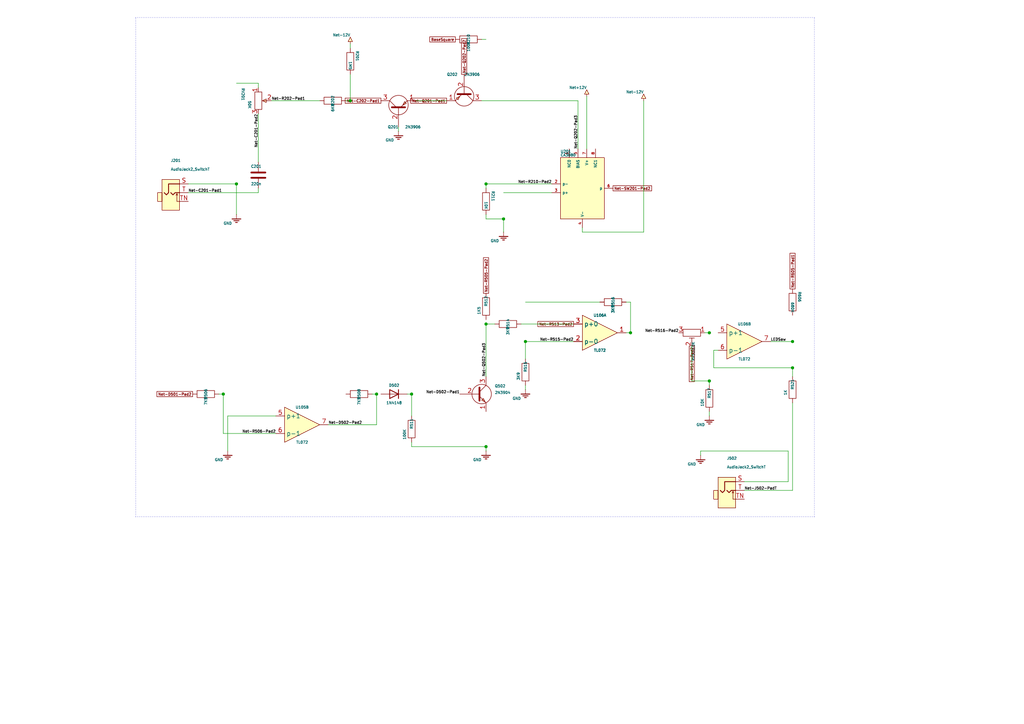
<source format=kicad_sch>
(kicad_sch (version 20230121) (generator jitx)
  (paper "A4")
  (lib_symbols
    (symbol "Net-12V" (power)
      (property "Reference" "#PWR" (at 35.0 60.0 0.0))
      (property "Value" "Net-12V" (at -2.54 2.54 0.0))
      (symbol "Net-12V_1_0"
        (pin power_in line (at 0.0 0.0 90) (length 0.0) (name "Net-12V") (number "~"))
      )
    )
    (symbol "GND" (power)
      (property "Reference" "#PWR" (at 35.0 60.0 0.0))
      (property "Value" "GND" (at -2.54 -2.54 0.0))
      (symbol "GND_1_0"
        (pin power_in line (at 0.0 0.0 270) (length 0.0) (name "GND") (number "~"))
      )
    )
    (symbol "Net+12V" (power)
      (property "Reference" "#PWR" (at 35.0 60.0 0.0))
      (property "Value" "Net+12V" (at -2.54 2.54 0.0))
      (symbol "Net+12V_1_0"
        (pin power_in line (at 0.0 0.0 90) (length 0.0) (name "Net+12V") (number "~"))
      )
    )
    (symbol "Conn_02x05_Odd_Even"
      (property "Reference" "U" (at 1.27 7.62 0.0))
      (property "Value" "Conn_02x05_Odd_Even" (at 1.27 -7.62 0.0))
      (symbol "Conn_02x05_Odd_Even_1_0"
        (pin unspecified line (at -5.08 5.08 0) (length 3.81) (name "Pin_1") (number "~"))
        (pin unspecified line (at 7.62 -5.08 180) (length 3.81) (name "Pin_10") (number "~"))
        (pin unspecified line (at 7.62 5.08 180) (length 3.81) (name "Pin_2") (number "~"))
        (pin unspecified line (at -5.08 2.54 0) (length 3.81) (name "Pin_3") (number "~"))
        (pin unspecified line (at 7.62 2.54 180) (length 3.81) (name "Pin_4") (number "~"))
        (pin unspecified line (at -5.08 0.0 0) (length 3.81) (name "Pin_5") (number "~"))
        (pin unspecified line (at 7.62 0.0 180) (length 3.81) (name "Pin_6") (number "~"))
        (pin unspecified line (at -5.08 -2.54 0) (length 3.81) (name "Pin_7") (number "~"))
        (pin unspecified line (at 7.62 -2.54 180) (length 3.81) (name "Pin_8") (number "~"))
        (pin unspecified line (at -5.08 -5.08 0) (length 3.81) (name "Pin_9") (number "~"))
      )
    )
    (symbol "ALTIUM_POWER_GND_POWER"
      (property "Value" "ALTIUM_POWER_GND_POWER" (at 2.54 -1.016 0.0))
      (symbol "ALTIUM_POWER_GND_POWER_1_0"
        (pin unspecified line (at 0.0 0.0 0) (length 0.0) (name "0") (number "~"))
      )
    )
    (symbol "R_Potentiometer_Trim"
      (property "Reference" "U" (at -4.445 0.0 90.0))
      (property "Value" "R_Potentiometer_Trim" (at -2.54 0.0 90.0))
      (symbol "R_Potentiometer_Trim_1_0"
        (pin unspecified line (at 0.0 3.81 270) (length 1.27) (name "1") (number "~"))
        (pin unspecified line (at 3.81 0.0 180) (length 1.27) (name "2") (number "~"))
        (pin unspecified line (at 0.0 -3.81 90) (length 1.27) (name "3") (number "~"))
      )
    )
    (symbol "box_symbol_2L_1R_4T_1B"
      (property "Reference" "U" (at -6.35 10.252 0.0))
      (property "Value" "box_symbol_2L_1R_4T_1B" (at -6.35 9.19 0.0))
      (symbol "box_symbol_2L_1R_4T_1B_1_0"
        (pin unspecified line (at -8.89 1.27 0) (length 2.54) (name "L0") (number "~"))
        (pin unspecified line (at -8.89 -1.27 0) (length 2.54) (name "L1") (number "~"))
        (pin unspecified line (at 8.89 0.0 180) (length 2.54) (name "R0") (number "~"))
        (pin unspecified line (at -3.81 11.43 270) (length 2.54) (name "T0") (number "~"))
        (pin unspecified line (at -1.27 11.43 270) (length 2.54) (name "T1") (number "~"))
        (pin unspecified line (at 1.27 11.43 270) (length 2.54) (name "T2") (number "~"))
        (pin unspecified line (at 3.81 11.43 270) (length 2.54) (name "T3") (number "~"))
        (pin unspecified line (at 0.0 -11.43 90) (length 2.54) (name "B0") (number "~"))
      )
    )
    (symbol "R_Potentiometer"
      (property "Reference" "U" (at -4.445 0.0 90.0))
      (property "Value" "R_Potentiometer" (at -2.54 0.0 90.0))
      (symbol "R_Potentiometer_1_0"
        (pin unspecified line (at 0.0 3.81 270) (length 1.27) (name "1") (number "~"))
        (pin unspecified line (at 3.81 0.0 180) (length 1.27) (name "2") (number "~"))
        (pin unspecified line (at 0.0 -3.81 90) (length 1.27) (name "3") (number "~"))
      )
    )
    (symbol "R"
      (property "Reference" "U" (at 2.032 0.0 90.0))
      (property "Value" "R" (at 0.0 0.0 90.0))
      (symbol "R_1_0"
        (pin unspecified line (at 0.0 3.81 270) (length 1.27) (name "1") (number "~"))
        (pin unspecified line (at 0.0 -3.81 90) (length 1.27) (name "0") (number "~"))
      )
    )
    (symbol "Sym_2N3904"
      (property "Reference" "U" (at 5.08 1.905 0.0))
      (property "Value" "Sym_2N3904" (at 5.08 0.0 0.0))
      (symbol "Sym_2N3904_1_0"
        (pin unspecified line (at 2.54 -5.08 90) (length 2.54) (name "E") (number "~"))
        (pin unspecified line (at -5.08 0.0 0) (length 5.715) (name "B") (number "~"))
        (pin unspecified line (at 2.54 5.08 270) (length 2.54) (name "C") (number "~"))
      )
    )
    (symbol "supply_sym"
      (property "Value" "supply_sym" (at -2.54 2.54 0.0))
      (symbol "supply_sym_1_0"
        (pin unspecified line (at 0.0 0.0 90) (length 0.0) (name "0") (number "~"))
      )
    )
    (symbol "ground_sym"
      (property "Value" "ground_sym" (at -2.54 -2.54 0.0))
      (symbol "ground_sym_1_0"
        (pin unspecified line (at 0.0 0.0 270) (length 0.0) (name "0") (number "~"))
      )
    )
    (symbol "Sym_1N4148"
      (property "Reference" "U" (at 0.0 2.54 0.0))
      (property "Value" "Sym_1N4148" (at 0.0 -2.54 0.0))
      (symbol "Sym_1N4148_1_0"
        (pin unspecified line (at -3.81 0.0 0) (length 2.54) (name "K") (number "~"))
        (pin unspecified line (at 3.81 0.0 180) (length 2.54) (name "A") (number "~"))
      )
    )
    (symbol "Sym_1N5819"
      (property "Reference" "U" (at 0.0 2.54 0.0))
      (property "Value" "Sym_1N5819" (at 0.0 -2.54 0.0))
      (symbol "Sym_1N5819_1_0"
        (pin unspecified line (at -3.81 0.0 0) (length 2.54) (name "K") (number "~"))
        (pin unspecified line (at 3.81 0.0 180) (length 2.54) (name "A") (number "~"))
      )
    )
    (symbol "AudioJack2_SwitchT"
      (property "Reference" "U" (at 0.0 8.89 0.0))
      (property "Value" "AudioJack2_SwitchT" (at 0.0 6.35 0.0))
      (symbol "AudioJack2_SwitchT_1_0"
        (pin unspecified line (at 5.08 2.54 180) (length 2.54) (name "0") (number "~"))
        (pin unspecified line (at 5.08 0.0 180) (length 2.54) (name "1") (number "~"))
        (pin unspecified line (at 5.08 -2.54 180) (length 2.54) (name "2") (number "~"))
      )
    )
    (symbol "Sym_2N3906"
      (property "Reference" "U" (at 5.08 1.905 0.0))
      (property "Value" "Sym_2N3906" (at 5.08 0.0 0.0))
      (symbol "Sym_2N3906_1_0"
        (pin unspecified line (at 2.54 -5.08 90) (length 2.54) (name "E") (number "~"))
        (pin unspecified line (at -5.08 0.0 0) (length 5.715) (name "B") (number "~"))
        (pin unspecified line (at 2.54 5.08 270) (length 2.54) (name "C") (number "~"))
      )
    )
    (symbol "SW_SPDT"
      (property "Reference" "U" (at 0.0 4.318 0.0))
      (property "Value" "SW_SPDT" (at 0.0 -5.08 0.0))
      (symbol "SW_SPDT_1_0"
        (pin unspecified line (at 5.08 2.54 180) (length 2.54) (name "A") (number "~"))
        (pin unspecified line (at -5.08 0.0 0) (length 2.54) (name "B") (number "~"))
        (pin unspecified line (at 5.08 -2.54 180) (length 2.54) (name "C") (number "~"))
      )
    )
    (symbol "LED"
      (property "Reference" "U" (at 0.0 2.54 0.0))
      (property "Value" "LED" (at 0.0 -2.54 0.0))
      (symbol "LED_1_0"
        (pin unspecified line (at -3.81 0.0 0) (length 2.54) (name "K") (number "~"))
        (pin unspecified line (at 3.81 0.0 180) (length 2.54) (name "A") (number "~"))
      )
    )
    (symbol "TL072A"
      (property "Reference" "U" (at 0.0 5.08 0.0))
      (property "Value" "TL072A" (at 0.0 -5.08 0.0))
      (symbol "TL072A_1_0"
        (pin unspecified line (at 7.62 0.0 180) (length 2.54) (name "0") (number "~"))
        (pin unspecified line (at -7.62 -2.54 0) (length 2.54) (name "p-0") (number "~"))
        (pin unspecified line (at -7.62 2.54 0) (length 2.54) (name "p+0") (number "~"))
      )
    )
    (symbol "TL072B"
      (property "Reference" "U" (at 0.0 5.08 0.0))
      (property "Value" "TL072B" (at 0.0 -5.08 0.0))
      (symbol "TL072B_1_0"
        (pin unspecified line (at -7.62 2.54 0) (length 2.54) (name "p+1") (number "~"))
        (pin unspecified line (at -7.62 -2.54 0) (length 2.54) (name "p-1") (number "~"))
        (pin unspecified line (at 7.62 0.0 180) (length 2.54) (name "1") (number "~"))
      )
    )
    (symbol "jitx_C"
      (property "Reference" "U" (at 0.635 2.54 0.0))
      (property "Value" "jitx_C" (at 0.635 -2.54 0.0))
      (symbol "jitx_C_1_0"
        (pin unspecified line (at 0.0 3.81 270) (length 2.794) (name "1") (number "~"))
        (pin unspecified line (at 0.0 -3.81 90) (length 2.794) (name "0") (number "~"))
      )
    )
    (symbol "TL072C"
      (property "Reference" "U" (at 0.0 5.08 0.0))
      (property "Value" "TL072C" (at 0.0 -5.08 0.0))
      (symbol "TL072C_1_0"
        (pin unspecified line (at -2.54 -7.62 90) (length 3.81) (name "V-") (number "~"))
        (pin unspecified line (at -2.54 7.62 270) (length 3.81) (name "V+") (number "~"))
      )
    )
    (symbol "ALTIUM_POWER_ARROW"
      (property "Value" "ALTIUM_POWER_ARROW" (at 2.54 -0.508 0.0))
      (symbol "ALTIUM_POWER_ARROW_1_0"
        (pin unspecified line (at 0.0 0.0 0) (length 0.0) (name "0") (number "~"))
      )
    )
    (symbol "component"
      (property "Reference" "U" (at 2.032 0.0 90.0))
      (property "Value" "component" (at 0.0 0.0 90.0))
      (symbol "component_1_0"
        (pin unspecified line (at 0.0 3.81 270) (length 1.27) (name "1") (number "1"))
        (pin unspecified line (at 0.0 -3.81 90) (length 1.27) (name "0") (number "2"))
      )
    )
    (symbol "component_1"
      (property "Reference" "U" (at 2.032 0.0 90.0))
      (property "Value" "component_1" (at 0.0 0.0 90.0))
      (symbol "component_1_1_0"
        (pin unspecified line (at 0.0 3.81 270) (length 1.27) (name "1") (number "1"))
        (pin unspecified line (at 0.0 -3.81 90) (length 1.27) (name "0") (number "2"))
      )
    )
    (symbol "component_2"
      (property "Reference" "U" (at 0.635 2.54 0.0))
      (property "Value" "component_2" (at 0.635 -2.54 0.0))
      (symbol "component_2_1_0"
        (pin unspecified line (at 0.0 3.81 270) (length 2.794) (name "1") (number "1"))
        (pin unspecified line (at 0.0 -3.81 90) (length 2.794) (name "0") (number "2"))
      )
    )
    (symbol "component_3"
      (property "Reference" "U" (at 2.032 0.0 90.0))
      (property "Value" "component_3" (at 0.0 0.0 90.0))
      (symbol "component_3_1_0"
        (pin unspecified line (at 0.0 3.81 270) (length 1.27) (name "1") (number "1"))
        (pin unspecified line (at 0.0 -3.81 90) (length 1.27) (name "0") (number "2"))
      )
    )
    (symbol "component_4"
      (property "Reference" "U" (at 2.032 0.0 90.0))
      (property "Value" "component_4" (at 0.0 0.0 90.0))
      (symbol "component_4_1_0"
        (pin unspecified line (at 0.0 3.81 270) (length 1.27) (name "1") (number "1"))
        (pin unspecified line (at 0.0 -3.81 90) (length 1.27) (name "0") (number "2"))
      )
    )
    (symbol "component_5"
      (property "Reference" "U" (at 2.032 0.0 90.0))
      (property "Value" "component_5" (at 0.0 0.0 90.0))
      (symbol "component_5_1_0"
        (pin unspecified line (at 0.0 3.81 270) (length 1.27) (name "1") (number "1"))
        (pin unspecified line (at 0.0 -3.81 90) (length 1.27) (name "0") (number "2"))
      )
    )
    (symbol "component_6"
      (property "Reference" "U" (at 2.032 0.0 90.0))
      (property "Value" "component_6" (at 0.0 0.0 90.0))
      (symbol "component_6_1_0"
        (pin unspecified line (at 0.0 3.81 270) (length 1.27) (name "1") (number "1"))
        (pin unspecified line (at 0.0 -3.81 90) (length 1.27) (name "0") (number "2"))
      )
    )
    (symbol "component_7"
      (property "Reference" "U" (at -4.445 0.0 90.0))
      (property "Value" "component_7" (at -2.54 0.0 90.0))
      (symbol "component_7_1_0"
        (pin unspecified line (at 0.0 3.81 270) (length 1.27) (name "1") (number "1"))
        (pin unspecified line (at 3.81 0.0 180) (length 1.27) (name "2") (number "2"))
        (pin unspecified line (at 0.0 -3.81 90) (length 1.27) (name "3") (number "3"))
      )
    )
    (symbol "component_8"
      (property "Reference" "U" (at -4.445 0.0 90.0))
      (property "Value" "component_8" (at -2.54 0.0 90.0))
      (symbol "component_8_1_0"
        (pin unspecified line (at 0.0 3.81 270) (length 1.27) (name "1") (number "1"))
        (pin unspecified line (at 3.81 0.0 180) (length 1.27) (name "2") (number "2"))
        (pin unspecified line (at 0.0 -3.81 90) (length 1.27) (name "3") (number "3"))
      )
    )
    (symbol "component_9"
      (property "Reference" "U" (at -4.445 0.0 90.0))
      (property "Value" "component_9" (at -2.54 0.0 90.0))
      (symbol "component_9_1_0"
        (pin unspecified line (at 0.0 3.81 270) (length 1.27) (name "1") (number "1"))
        (pin unspecified line (at 3.81 0.0 180) (length 1.27) (name "2") (number "2"))
        (pin unspecified line (at 0.0 -3.81 90) (length 1.27) (name "3") (number "3"))
      )
    )
    (symbol "component_10"
      (property "Reference" "U" (at 2.032 0.0 90.0))
      (property "Value" "component_10" (at 0.0 0.0 90.0))
      (symbol "component_10_1_0"
        (pin unspecified line (at 0.0 3.81 270) (length 1.27) (name "1") (number "1"))
        (pin unspecified line (at 0.0 -3.81 90) (length 1.27) (name "0") (number "2"))
      )
    )
    (symbol "component_11"
      (property "Reference" "U" (at 0.0 2.54 0.0))
      (property "Value" "component_11" (at 0.0 -2.54 0.0))
      (symbol "component_11_1_0"
        (pin unspecified line (at -3.81 0.0 0) (length 2.54) (name "K") (number "1"))
        (pin unspecified line (at 3.81 0.0 180) (length 2.54) (name "A") (number "2"))
      )
    )
    (symbol "component_12"
      (property "Reference" "U" (at 0.635 2.54 0.0))
      (property "Value" "component_12" (at 0.635 -2.54 0.0))
      (symbol "component_12_1_0"
        (pin unspecified line (at 0.0 3.81 270) (length 2.794) (name "1") (number "1"))
        (pin unspecified line (at 0.0 -3.81 90) (length 2.794) (name "0") (number "2"))
      )
    )
    (symbol "component_13"
      (property "Reference" "U" (at 0.635 2.54 0.0))
      (property "Value" "component_13" (at 0.635 -2.54 0.0))
      (symbol "component_13_1_0"
        (pin unspecified line (at 0.0 3.81 270) (length 2.794) (name "1") (number "1"))
        (pin unspecified line (at 0.0 -3.81 90) (length 2.794) (name "0") (number "2"))
      )
    )
    (symbol "component_14"
      (property "Reference" "U" (at -4.445 0.0 90.0))
      (property "Value" "component_14" (at -2.54 0.0 90.0))
      (symbol "component_14_1_0"
        (pin unspecified line (at 0.0 3.81 270) (length 1.27) (name "1") (number "1"))
        (pin unspecified line (at 3.81 0.0 180) (length 1.27) (name "2") (number "2"))
        (pin unspecified line (at 0.0 -3.81 90) (length 1.27) (name "3") (number "3"))
      )
    )
    (symbol "component_15"
      (property "Reference" "U" (at 0.635 2.54 0.0))
      (property "Value" "component_15" (at 0.635 -2.54 0.0))
      (symbol "component_15_1_0"
        (pin unspecified line (at 0.0 3.81 270) (length 2.794) (name "1") (number "1"))
        (pin unspecified line (at 0.0 -3.81 90) (length 2.794) (name "0") (number "2"))
      )
    )
    (symbol "component_16"
      (property "Reference" "U" (at 0.635 2.54 0.0))
      (property "Value" "component_16" (at 0.635 -2.54 0.0))
      (symbol "component_16_1_0"
        (pin unspecified line (at 0.0 3.81 270) (length 2.794) (name "1") (number "1"))
        (pin unspecified line (at 0.0 -3.81 90) (length 2.794) (name "0") (number "2"))
      )
    )
    (symbol "component_17"
      (property "Reference" "U" (at 0.0 4.318 0.0))
      (property "Value" "component_17" (at 0.0 -5.08 0.0))
      (symbol "component_17_1_0"
        (pin unspecified line (at 5.08 2.54 180) (length 2.54) (name "A") (number "1"))
        (pin unspecified line (at -5.08 0.0 0) (length 2.54) (name "B") (number "2"))
        (pin unspecified line (at 5.08 -2.54 180) (length 2.54) (name "C") (number "3"))
      )
    )
    (symbol "component_18"
      (property "Reference" "U" (at 2.032 0.0 90.0))
      (property "Value" "component_18" (at 0.0 0.0 90.0))
      (symbol "component_18_1_0"
        (pin unspecified line (at 0.0 3.81 270) (length 1.27) (name "1") (number "1"))
        (pin unspecified line (at 0.0 -3.81 90) (length 1.27) (name "0") (number "2"))
      )
    )
    (symbol "component_19"
      (property "Reference" "U" (at 2.032 0.0 90.0))
      (property "Value" "component_19" (at 0.0 0.0 90.0))
      (symbol "component_19_1_0"
        (pin unspecified line (at 0.0 3.81 270) (length 1.27) (name "1") (number "1"))
        (pin unspecified line (at 0.0 -3.81 90) (length 1.27) (name "0") (number "2"))
      )
    )
    (symbol "component_20"
      (property "Reference" "U" (at 2.032 0.0 90.0))
      (property "Value" "component_20" (at 0.0 0.0 90.0))
      (symbol "component_20_1_0"
        (pin unspecified line (at 0.0 3.81 270) (length 1.27) (name "1") (number "1"))
        (pin unspecified line (at 0.0 -3.81 90) (length 1.27) (name "0") (number "2"))
      )
    )
    (symbol "component_21"
      (property "Reference" "U" (at 2.032 0.0 90.0))
      (property "Value" "component_21" (at 0.0 0.0 90.0))
      (symbol "component_21_1_0"
        (pin unspecified line (at 0.0 3.81 270) (length 1.27) (name "1") (number "1"))
        (pin unspecified line (at 0.0 -3.81 90) (length 1.27) (name "0") (number "2"))
      )
    )
    (symbol "component_22"
      (property "Reference" "U" (at 2.032 0.0 90.0))
      (property "Value" "component_22" (at 0.0 0.0 90.0))
      (symbol "component_22_1_0"
        (pin unspecified line (at 0.0 3.81 270) (length 1.27) (name "1") (number "1"))
        (pin unspecified line (at 0.0 -3.81 90) (length 1.27) (name "0") (number "2"))
      )
    )
    (symbol "component_23"
      (property "Reference" "U" (at 1.27 7.62 0.0))
      (property "Value" "component_23" (at 1.27 -7.62 0.0))
      (symbol "component_23_1_0"
        (pin unspecified line (at -5.08 5.08 0) (length 3.81) (name "Pin_1") (number "1"))
        (pin unspecified line (at 7.62 -5.08 180) (length 3.81) (name "Pin_10") (number "10"))
        (pin unspecified line (at 7.62 5.08 180) (length 3.81) (name "Pin_2") (number "2"))
        (pin unspecified line (at -5.08 2.54 0) (length 3.81) (name "Pin_3") (number "3"))
        (pin unspecified line (at 7.62 2.54 180) (length 3.81) (name "Pin_4") (number "4"))
        (pin unspecified line (at -5.08 0.0 0) (length 3.81) (name "Pin_5") (number "5"))
        (pin unspecified line (at 7.62 0.0 180) (length 3.81) (name "Pin_6") (number "6"))
        (pin unspecified line (at -5.08 -2.54 0) (length 3.81) (name "Pin_7") (number "7"))
        (pin unspecified line (at 7.62 -2.54 180) (length 3.81) (name "Pin_8") (number "8"))
        (pin unspecified line (at -5.08 -5.08 0) (length 3.81) (name "Pin_9") (number "9"))
      )
    )
    (symbol "component_24"
      (property "Reference" "U" (at 2.032 0.0 90.0))
      (property "Value" "component_24" (at 0.0 0.0 90.0))
      (symbol "component_24_1_0"
        (pin unspecified line (at 0.0 3.81 270) (length 1.27) (name "1") (number "1"))
        (pin unspecified line (at 0.0 -3.81 90) (length 1.27) (name "0") (number "2"))
      )
    )
    (symbol "component_25"
      (property "Reference" "U" (at 2.032 0.0 90.0))
      (property "Value" "component_25" (at 0.0 0.0 90.0))
      (symbol "component_25_1_0"
        (pin unspecified line (at 0.0 3.81 270) (length 1.27) (name "1") (number "1"))
        (pin unspecified line (at 0.0 -3.81 90) (length 1.27) (name "0") (number "2"))
      )
    )
    (symbol "component_26"
      (property "Reference" "U" (at -4.445 0.0 90.0))
      (property "Value" "component_26" (at -2.54 0.0 90.0))
      (symbol "component_26_1_0"
        (pin unspecified line (at 0.0 3.81 270) (length 1.27) (name "1") (number "1"))
        (pin unspecified line (at 3.81 0.0 180) (length 1.27) (name "2") (number "2"))
        (pin unspecified line (at 0.0 -3.81 90) (length 1.27) (name "3") (number "3"))
      )
    )
    (symbol "component_27"
      (property "Reference" "U" (at 2.032 0.0 90.0))
      (property "Value" "component_27" (at 0.0 0.0 90.0))
      (symbol "component_27_1_0"
        (pin unspecified line (at 0.0 3.81 270) (length 1.27) (name "1") (number "1"))
        (pin unspecified line (at 0.0 -3.81 90) (length 1.27) (name "0") (number "2"))
      )
    )
    (symbol "component_28"
      (property "Reference" "U" (at 2.032 0.0 90.0))
      (property "Value" "component_28" (at 0.0 0.0 90.0))
      (symbol "component_28_1_0"
        (pin unspecified line (at 0.0 3.81 270) (length 1.27) (name "1") (number "1"))
        (pin unspecified line (at 0.0 -3.81 90) (length 1.27) (name "0") (number "2"))
      )
    )
    (symbol "component_29"
      (property "Reference" "U" (at 0.0 8.89 0.0))
      (property "Value" "component_29" (at 0.0 6.35 0.0))
      (symbol "component_29_1_0"
        (pin unspecified line (at 5.08 2.54 180) (length 2.54) (name "0") (number "S"))
        (pin unspecified line (at 5.08 0.0 180) (length 2.54) (name "1") (number "T"))
        (pin unspecified line (at 5.08 -2.54 180) (length 2.54) (name "2") (number "TN"))
      )
    )
    (symbol "component_30"
      (property "Reference" "U" (at 2.032 0.0 90.0))
      (property "Value" "component_30" (at 0.0 0.0 90.0))
      (symbol "component_30_1_0"
        (pin unspecified line (at 0.0 3.81 270) (length 1.27) (name "1") (number "1"))
        (pin unspecified line (at 0.0 -3.81 90) (length 1.27) (name "0") (number "2"))
      )
    )
    (symbol "component_31"
      (property "Reference" "U" (at 0.0 8.89 0.0))
      (property "Value" "component_31" (at 0.0 6.35 0.0))
      (symbol "component_31_1_0"
        (pin unspecified line (at 5.08 2.54 180) (length 2.54) (name "0") (number "S"))
        (pin unspecified line (at 5.08 0.0 180) (length 2.54) (name "1") (number "T"))
        (pin unspecified line (at 5.08 -2.54 180) (length 2.54) (name "2") (number "TN"))
      )
    )
    (symbol "component_32"
      (property "Reference" "U" (at 0.0 8.89 0.0))
      (property "Value" "component_32" (at 0.0 6.35 0.0))
      (symbol "component_32_1_0"
        (pin unspecified line (at 5.08 2.54 180) (length 2.54) (name "0") (number "S"))
        (pin unspecified line (at 5.08 0.0 180) (length 2.54) (name "1") (number "T"))
        (pin unspecified line (at 5.08 -2.54 180) (length 2.54) (name "2") (number "TN"))
      )
    )
    (symbol "component_33"
      (property "Reference" "U" (at 0.0 8.89 0.0))
      (property "Value" "component_33" (at 0.0 6.35 0.0))
      (symbol "component_33_1_0"
        (pin unspecified line (at 5.08 2.54 180) (length 2.54) (name "0") (number "S"))
        (pin unspecified line (at 5.08 0.0 180) (length 2.54) (name "1") (number "T"))
        (pin unspecified line (at 5.08 -2.54 180) (length 2.54) (name "2") (number "TN"))
      )
    )
    (symbol "component_34"
      (property "Reference" "U" (at 0.0 8.89 0.0))
      (property "Value" "component_34" (at 0.0 6.35 0.0))
      (symbol "component_34_1_0"
        (pin unspecified line (at 5.08 2.54 180) (length 2.54) (name "0") (number "S"))
        (pin unspecified line (at 5.08 0.0 180) (length 2.54) (name "1") (number "T"))
        (pin unspecified line (at 5.08 -2.54 180) (length 2.54) (name "2") (number "TN"))
      )
    )
    (symbol "component_35"
      (property "Reference" "U" (at 0.0 8.89 0.0))
      (property "Value" "component_35" (at 0.0 6.35 0.0))
      (symbol "component_35_1_0"
        (pin unspecified line (at 5.08 2.54 180) (length 2.54) (name "0") (number "S"))
        (pin unspecified line (at 5.08 0.0 180) (length 2.54) (name "1") (number "T"))
        (pin unspecified line (at 5.08 -2.54 180) (length 2.54) (name "2") (number "TN"))
      )
    )
    (symbol "component_36"
      (property "Reference" "U" (at 0.0 8.89 0.0))
      (property "Value" "component_36" (at 0.0 6.35 0.0))
      (symbol "component_36_1_0"
        (pin unspecified line (at 5.08 2.54 180) (length 2.54) (name "0") (number "S"))
        (pin unspecified line (at 5.08 0.0 180) (length 2.54) (name "1") (number "T"))
        (pin unspecified line (at 5.08 -2.54 180) (length 2.54) (name "2") (number "TN"))
      )
    )
    (symbol "component_37"
      (property "Reference" "U" (at 0.0 8.89 0.0))
      (property "Value" "component_37" (at 0.0 6.35 0.0))
      (symbol "component_37_1_0"
        (pin unspecified line (at 5.08 2.54 180) (length 2.54) (name "0") (number "S"))
        (pin unspecified line (at 5.08 0.0 180) (length 2.54) (name "1") (number "T"))
        (pin unspecified line (at 5.08 -2.54 180) (length 2.54) (name "2") (number "TN"))
      )
    )
    (symbol "component_38"
      (property "Reference" "U" (at 0.0 5.08 0.0))
      (property "Value" "component_38" (at 0.0 -5.08 0.0))
      (symbol "component_38_1_0"
        (pin unspecified line (at 7.62 0.0 180) (length 2.54) (name "0") (number "1"))
        (pin unspecified line (at -7.62 -2.54 0) (length 2.54) (name "p-0") (number "2"))
        (pin unspecified line (at -7.62 2.54 0) (length 2.54) (name "p+0") (number "3"))
      )
      (symbol "component_38_2_0"
        (pin unspecified line (at -7.62 2.54 0) (length 2.54) (name "p+1") (number "5"))
        (pin unspecified line (at -7.62 -2.54 0) (length 2.54) (name "p-1") (number "6"))
        (pin unspecified line (at 7.62 0.0 180) (length 2.54) (name "1") (number "7"))
      )
      (symbol "component_38_3_0"
        (pin unspecified line (at -2.54 -7.62 90) (length 3.81) (name "V-") (number "4"))
        (pin unspecified line (at -2.54 7.62 270) (length 3.81) (name "V+") (number "8"))
      )
    )
    (symbol "component_39"
      (property "Reference" "U" (at 2.032 0.0 90.0))
      (property "Value" "component_39" (at 0.0 0.0 90.0))
      (symbol "component_39_1_0"
        (pin unspecified line (at 0.0 3.81 270) (length 1.27) (name "1") (number "1"))
        (pin unspecified line (at 0.0 -3.81 90) (length 1.27) (name "0") (number "2"))
      )
    )
    (symbol "component_40"
      (property "Reference" "U" (at 2.032 0.0 90.0))
      (property "Value" "component_40" (at 0.0 0.0 90.0))
      (symbol "component_40_1_0"
        (pin unspecified line (at 0.0 3.81 270) (length 1.27) (name "1") (number "1"))
        (pin unspecified line (at 0.0 -3.81 90) (length 1.27) (name "0") (number "2"))
      )
    )
    (symbol "component_41"
      (property "Reference" "U" (at 2.032 0.0 90.0))
      (property "Value" "component_41" (at 0.0 0.0 90.0))
      (symbol "component_41_1_0"
        (pin unspecified line (at 0.0 3.81 270) (length 1.27) (name "1") (number "1"))
        (pin unspecified line (at 0.0 -3.81 90) (length 1.27) (name "0") (number "2"))
      )
    )
    (symbol "component_42"
      (property "Reference" "U" (at 2.032 0.0 90.0))
      (property "Value" "component_42" (at 0.0 0.0 90.0))
      (symbol "component_42_1_0"
        (pin unspecified line (at 0.0 3.81 270) (length 1.27) (name "1") (number "1"))
        (pin unspecified line (at 0.0 -3.81 90) (length 1.27) (name "0") (number "2"))
      )
    )
    (symbol "component_43"
      (property "Reference" "U" (at 2.032 0.0 90.0))
      (property "Value" "component_43" (at 0.0 0.0 90.0))
      (symbol "component_43_1_0"
        (pin unspecified line (at 0.0 3.81 270) (length 1.27) (name "1") (number "1"))
        (pin unspecified line (at 0.0 -3.81 90) (length 1.27) (name "0") (number "2"))
      )
    )
    (symbol "component_44"
      (property "Reference" "U" (at 0.0 8.89 0.0))
      (property "Value" "component_44" (at 0.0 6.35 0.0))
      (symbol "component_44_1_0"
        (pin unspecified line (at 5.08 2.54 180) (length 2.54) (name "0") (number "S"))
        (pin unspecified line (at 5.08 0.0 180) (length 2.54) (name "1") (number "T"))
        (pin unspecified line (at 5.08 -2.54 180) (length 2.54) (name "2") (number "TN"))
      )
    )
    (symbol "component_45"
      (property "Reference" "U" (at 2.032 0.0 90.0))
      (property "Value" "component_45" (at 0.0 0.0 90.0))
      (symbol "component_45_1_0"
        (pin unspecified line (at 0.0 3.81 270) (length 1.27) (name "1") (number "1"))
        (pin unspecified line (at 0.0 -3.81 90) (length 1.27) (name "0") (number "2"))
      )
    )
    (symbol "component_46"
      (property "Reference" "U" (at 2.032 0.0 90.0))
      (property "Value" "component_46" (at 0.0 0.0 90.0))
      (symbol "component_46_1_0"
        (pin unspecified line (at 0.0 3.81 270) (length 1.27) (name "1") (number "1"))
        (pin unspecified line (at 0.0 -3.81 90) (length 1.27) (name "0") (number "2"))
      )
    )
    (symbol "component_47"
      (property "Reference" "U" (at -6.35 10.252 0.0))
      (property "Value" "component_47" (at -6.35 9.19 0.0))
      (symbol "component_47_1_0"
        (pin unspecified line (at -8.89 1.27 0) (length 2.54) (name "p-") (number "2"))
        (pin unspecified line (at -8.89 -1.27 0) (length 2.54) (name "p+") (number "3"))
        (pin unspecified line (at 8.89 0.0 180) (length 2.54) (name "p") (number "6"))
        (pin unspecified line (at -3.81 11.43 270) (length 2.54) (name "NC0") (number "1"))
        (pin unspecified line (at -1.27 11.43 270) (length 2.54) (name "BIAS") (number "5"))
        (pin unspecified line (at 1.27 11.43 270) (length 2.54) (name "V+") (number "7"))
        (pin unspecified line (at 3.81 11.43 270) (length 2.54) (name "NC1") (number "8"))
        (pin unspecified line (at 0.0 -11.43 90) (length 2.54) (name "V-") (number "4"))
      )
    )
    (symbol "component_48"
      (property "Reference" "U" (at 5.08 1.905 0.0))
      (property "Value" "component_48" (at 5.08 0.0 0.0))
      (symbol "component_48_1_0"
        (pin unspecified line (at 2.54 -5.08 90) (length 2.54) (name "E") (number "1"))
        (pin unspecified line (at -5.08 0.0 0) (length 5.715) (name "B") (number "2"))
        (pin unspecified line (at 2.54 5.08 270) (length 2.54) (name "C") (number "3"))
      )
    )
    (symbol "component_49"
      (property "Reference" "U" (at 2.032 0.0 90.0))
      (property "Value" "component_49" (at 0.0 0.0 90.0))
      (symbol "component_49_1_0"
        (pin unspecified line (at 0.0 3.81 270) (length 1.27) (name "1") (number "1"))
        (pin unspecified line (at 0.0 -3.81 90) (length 1.27) (name "0") (number "2"))
      )
    )
    (symbol "component_50"
      (property "Reference" "U" (at 2.032 0.0 90.0))
      (property "Value" "component_50" (at 0.0 0.0 90.0))
      (symbol "component_50_1_0"
        (pin unspecified line (at 0.0 3.81 270) (length 1.27) (name "1") (number "1"))
        (pin unspecified line (at 0.0 -3.81 90) (length 1.27) (name "0") (number "2"))
      )
    )
    (symbol "component_51"
      (property "Reference" "U" (at 2.032 0.0 90.0))
      (property "Value" "component_51" (at 0.0 0.0 90.0))
      (symbol "component_51_1_0"
        (pin unspecified line (at 0.0 3.81 270) (length 1.27) (name "1") (number "1"))
        (pin unspecified line (at 0.0 -3.81 90) (length 1.27) (name "0") (number "2"))
      )
    )
    (symbol "component_52"
      (property "Reference" "U" (at 0.0 2.54 0.0))
      (property "Value" "component_52" (at 0.0 -2.54 0.0))
      (symbol "component_52_1_0"
        (pin unspecified line (at -3.81 0.0 0) (length 2.54) (name "K") (number "1"))
        (pin unspecified line (at 3.81 0.0 180) (length 2.54) (name "A") (number "2"))
      )
    )
    (symbol "component_53"
      (property "Reference" "U" (at 5.08 1.905 0.0))
      (property "Value" "component_53" (at 5.08 0.0 0.0))
      (symbol "component_53_1_0"
        (pin unspecified line (at 2.54 -5.08 90) (length 2.54) (name "E") (number "1"))
        (pin unspecified line (at -5.08 0.0 0) (length 5.715) (name "B") (number "2"))
        (pin unspecified line (at 2.54 5.08 270) (length 2.54) (name "C") (number "3"))
      )
    )
    (symbol "component_54"
      (property "Reference" "U" (at -4.445 0.0 90.0))
      (property "Value" "component_54" (at -2.54 0.0 90.0))
      (symbol "component_54_1_0"
        (pin unspecified line (at 0.0 3.81 270) (length 1.27) (name "1") (number "1"))
        (pin unspecified line (at 3.81 0.0 180) (length 1.27) (name "2") (number "2"))
        (pin unspecified line (at 0.0 -3.81 90) (length 1.27) (name "3") (number "3"))
      )
    )
    (symbol "component_55"
      (property "Reference" "U" (at -4.445 0.0 90.0))
      (property "Value" "component_55" (at -2.54 0.0 90.0))
      (symbol "component_55_1_0"
        (pin unspecified line (at 0.0 3.81 270) (length 1.27) (name "1") (number "1"))
        (pin unspecified line (at 3.81 0.0 180) (length 1.27) (name "2") (number "2"))
        (pin unspecified line (at 0.0 -3.81 90) (length 1.27) (name "3") (number "3"))
      )
    )
    (symbol "component_56"
      (property "Reference" "U" (at 0.0 2.54 0.0))
      (property "Value" "component_56" (at 0.0 -2.54 0.0))
      (symbol "component_56_1_0"
        (pin unspecified line (at -3.81 0.0 0) (length 2.54) (name "K") (number "1"))
        (pin unspecified line (at 3.81 0.0 180) (length 2.54) (name "A") (number "2"))
      )
    )
  )
  (wire (pts (xy 181.61 96.52) (xy 196.85 96.52)) (stroke (width 0.127)))
  (wire (pts (xy 181.61 87.63) (xy 182.88 87.63)) (stroke (width 0.127)))
  (wire (pts (xy 182.88 96.52) (xy 182.88 87.63)) (stroke (width 0.127)))
  (wire (pts (xy 152.4 99.06) (xy 166.37 99.06)) (stroke (width 0.127)))
  (wire (pts (xy 152.4 87.63) (xy 173.99 87.63)) (stroke (width 0.127)))
  (wire (pts (xy 152.4 104.14) (xy 152.4 87.63)) (stroke (width 0.127)))
  (wire (pts (xy 151.13 93.98) (xy 166.37 93.98)) (stroke (width 0.127)))
  (wire (pts (xy 63.5 114.3) (xy 100.33 114.3)) (stroke (width 0.127)))
  (wire (pts (xy 64.77 125.73) (xy 80.01 125.73)) (stroke (width 0.127)))
  (wire (pts (xy 64.77 125.73) (xy 64.77 114.3)) (stroke (width 0.127)))
  (wire (pts (xy 203.2 130.81) (xy 228.6 130.81)) (stroke (width 0.127)))
  (wire (pts (xy 215.9 139.7) (xy 228.6 139.7)) (stroke (width 0.127)))
  (wire (pts (xy 228.6 139.7) (xy 228.6 130.81)) (stroke (width 0.127)))
  (wire (pts (xy 203.2 132.08) (xy 203.2 130.81)) (stroke (width 0.127)))
  (wire (pts (xy 205.74 120.65) (xy 205.74 119.38)) (stroke (width 0.127)))
  (wire (pts (xy 152.4 113.03) (xy 152.4 111.76)) (stroke (width 0.127)))
  (wire (pts (xy 119.38 129.54) (xy 140.97 129.54)) (stroke (width 0.127)))
  (wire (pts (xy 119.38 129.54) (xy 119.38 128.27)) (stroke (width 0.127)))
  (wire (pts (xy 140.97 130.81) (xy 140.97 119.38)) (stroke (width 0.127)))
  (wire (pts (xy 66.04 120.65) (xy 80.01 120.65)) (stroke (width 0.127)))
  (wire (pts (xy 66.04 130.81) (xy 66.04 120.65)) (stroke (width 0.127)))
  (wire (pts (xy 215.9 142.24) (xy 229.87 142.24)) (stroke (width 0.127)))
  (wire (pts (xy 229.87 142.24) (xy 229.87 116.84)) (stroke (width 0.127)))
  (wire (pts (xy 223.52 99.06) (xy 229.87 99.06)) (stroke (width 0.127)))
  (wire (pts (xy 207.01 101.6) (xy 208.28 101.6)) (stroke (width 0.127)))
  (wire (pts (xy 207.01 106.68) (xy 229.87 106.68)) (stroke (width 0.127)))
  (wire (pts (xy 229.87 109.22) (xy 229.87 91.44)) (stroke (width 0.127)))
  (wire (pts (xy 207.01 106.68) (xy 207.01 101.6)) (stroke (width 0.127)))
  (wire (pts (xy 107.95 114.3) (xy 110.49 114.3)) (stroke (width 0.127)))
  (wire (pts (xy 95.25 123.19) (xy 109.22 123.19)) (stroke (width 0.127)))
  (wire (pts (xy 109.22 123.19) (xy 109.22 114.3)) (stroke (width 0.127)))
  (wire (pts (xy 118.11 114.3) (xy 133.35 114.3)) (stroke (width 0.127)))
  (wire (pts (xy 119.38 120.65) (xy 119.38 114.3)) (stroke (width 0.127)))
  (wire (pts (xy 140.97 93.98) (xy 143.51 93.98)) (stroke (width 0.127)))
  (wire (pts (xy 140.97 109.22) (xy 140.97 92.71)) (stroke (width 0.127)))
  (wire (pts (xy 204.47 96.52) (xy 208.28 96.52)) (stroke (width 0.127)))
  (wire (pts (xy 200.66 110.49) (xy 205.74 110.49)) (stroke (width 0.127)))
  (wire (pts (xy 205.74 111.76) (xy 205.74 96.52)) (stroke (width 0.127)))
  (wire (pts (xy 200.66 110.49) (xy 200.66 100.33)) (stroke (width 0.127)))
  (wire (pts (xy 54.61 53.34) (xy 68.58 53.34)) (stroke (width 0.127)))
  (wire (pts (xy 68.58 24.13) (xy 74.93 24.13)) (stroke (width 0.127)))
  (wire (pts (xy 74.93 25.4) (xy 74.93 24.13)) (stroke (width 0.127)))
  (wire (pts (xy 68.58 62.23) (xy 68.58 24.13)) (stroke (width 0.127)))
  (wire (pts (xy 115.57 38.1) (xy 115.57 36.83)) (stroke (width 0.127)))
  (wire (pts (xy 146.05 55.88) (xy 160.02 55.88)) (stroke (width 0.127)))
  (wire (pts (xy 140.97 63.5) (xy 146.05 63.5)) (stroke (width 0.127)))
  (wire (pts (xy 140.97 63.5) (xy 140.97 62.23)) (stroke (width 0.127)))
  (wire (pts (xy 146.05 67.31) (xy 146.05 55.88)) (stroke (width 0.127)))
  (wire (pts (xy 120.65 29.21) (xy 129.54 29.21)) (stroke (width 0.127)))
  (wire (pts (xy 170.18 43.18) (xy 170.18 27.94)) (stroke (width 0.127)))
  (wire (pts (xy 139.7 11.43) (xy 140.97 11.43)) (stroke (width 0.127)))
  (wire (pts (xy 140.97 53.34) (xy 160.02 53.34)) (stroke (width 0.127)))
  (wire (pts (xy 140.97 54.61) (xy 140.97 11.43)) (stroke (width 0.127)))
  (wire (pts (xy 78.74 29.21) (xy 92.71 29.21)) (stroke (width 0.127)))
  (wire (pts (xy 100.33 29.21) (xy 110.49 29.21)) (stroke (width 0.127)))
  (wire (pts (xy 101.6 29.21) (xy 101.6 21.59)) (stroke (width 0.127)))
  (wire (pts (xy 74.93 46.99) (xy 74.93 33.02)) (stroke (width 0.127)))
  (wire (pts (xy 54.61 55.88) (xy 74.93 55.88)) (stroke (width 0.127)))
  (wire (pts (xy 74.93 55.88) (xy 74.93 54.61)) (stroke (width 0.127)))
  (wire (pts (xy 139.7 29.21) (xy 167.64 29.21)) (stroke (width 0.127)))
  (wire (pts (xy 167.64 43.18) (xy 167.64 29.21)) (stroke (width 0.127)))
  (wire (pts (xy 101.6 13.97) (xy 101.6 12.7)) (stroke (width 0.127)))
  (wire (pts (xy 168.91 67.31) (xy 186.69 67.31)) (stroke (width 0.127)))
  (wire (pts (xy 168.91 67.31) (xy 168.91 66.04)) (stroke (width 0.127)))
  (wire (pts (xy 186.69 67.31) (xy 186.69 29.21)) (stroke (width 0.127)))
  (polyline (pts (xy 39.37 5.08) (xy 236.22 5.08)) (stroke (width 0.127) (type dot)))
  (polyline (pts (xy 39.37 149.86) (xy 236.22 149.86)) (stroke (width 0.127) (type dot)))
  (polyline (pts (xy 39.37 149.86) (xy 39.37 5.08)) (stroke (width 0.127) (type dot)))
  (polyline (pts (xy 236.22 149.86) (xy 236.22 5.08)) (stroke (width 0.127) (type dot)))
  (junction (at 182.88 96.52) (diameter 0.762))
  (junction (at 152.4 99.06) (diameter 0.762))
  (junction (at 64.77 114.3) (diameter 0.762))
  (junction (at 140.97 129.54) (diameter 0.762))
  (junction (at 229.87 99.06) (diameter 0.762))
  (junction (at 229.87 106.68) (diameter 0.762))
  (junction (at 109.22 114.3) (diameter 0.762))
  (junction (at 119.38 114.3) (diameter 0.762))
  (junction (at 140.97 93.98) (diameter 0.762))
  (junction (at 205.74 96.52) (diameter 0.762))
  (junction (at 205.74 110.49) (diameter 0.762))
  (junction (at 68.58 53.34) (diameter 0.762))
  (junction (at 146.05 63.5) (diameter 0.762))
  (junction (at 140.97 53.34) (diameter 0.762))
  (junction (at 101.6 29.21) (diameter 0.762))
  (label "Net-D502-Pad1" (at 133.35 114.3 180) (effects (font (size 0.762 0.762))))
  (label "Net-D502-Pad2" (at 95.25 123.19 0) (effects (font (size 0.762 0.762))))
  (global_label "Net-R605-Pad1" (shape passive) (at 229.87 83.82 90) (effects (font (size 0.762 0.762))))
  (global_label "Net-R505-Pad2" (shape passive) (at 140.97 85.09 90) (effects (font (size 0.762 0.762))))
  (label "Net-J502-PadT" (at 215.9 142.24 0) (effects (font (size 0.762 0.762))))
  (label "Net-R506-Pad2" (at 80.01 125.73 180) (effects (font (size 0.762 0.762))))
  (label "Net-R516-Pad2" (at 196.85 96.52 180) (effects (font (size 0.762 0.762))))
  (label "Net-R515-Pad2" (at 166.37 99.06 180) (effects (font (size 0.762 0.762))))
  (label "Net-Q502-Pad3" (at 140.97 109.22 90) (effects (font (size 0.762 0.762))))
  (global_label "Net-R517-Pad2" (shape passive) (at 200.66 100.33 270) (effects (font (size 0.762 0.762))))
  (global_label "Net-D501-Pad2" (shape passive) (at 55.88 114.3 180) (effects (font (size 0.762 0.762))))
  (label "LEDSaw" (at 223.52 99.06 0) (effects (font (size 0.762 0.762))))
  (global_label "Net-R513-Pad2" (shape passive) (at 166.37 93.98 180) (effects (font (size 0.762 0.762))))
  (global_label "Net-SW201-Pad2" (shape passive) (at 177.8 54.61 0) (effects (font (size 0.762 0.762))))
  (global_label "BaseSquare" (shape passive) (at 132.08 11.43 180) (effects (font (size 0.762 0.762))))
  (global_label "Net-C202-Pad1" (shape passive) (at 110.49 29.21 180) (effects (font (size 0.762 0.762))))
  (label "Net-R202-Pad1" (at 78.74 29.21 0) (effects (font (size 0.762 0.762))))
  (label "Net-Q202-Pad3" (at 167.64 43.18 90) (effects (font (size 0.762 0.762))))
  (global_label "Net-Q201-Pad1" (shape passive) (at 129.54 29.21 180) (effects (font (size 0.762 0.762))))
  (global_label "Net-Q202-Pad2" (shape passive) (at 134.62 21.59 90) (effects (font (size 0.762 0.762))))
  (label "Net-C201-Pad1" (at 54.61 55.88 0) (effects (font (size 0.762 0.762))))
  (label "Net-C201-Pad2" (at 74.93 33.02 270) (effects (font (size 0.762 0.762))))
  (label "Net-R210-Pad2" (at 160.02 53.34 180) (effects (font (size 0.762 0.762))))
  (symbol (lib_id "component_38") (at 87.63 123.19 0.0) (unit 2)
    (property "Reference" "U105" (at 87.63 118.11 0.0) (effects (font (size 0.762 0.762))))
    (property "Value" "TL072" (at 87.63 128.27 0.0) (effects (font (size 0.762 0.762))))
    (property "Footprint" "VCO:DIP_8_W762MM_SOCKET" (effects hide))
    (property "Datasheet" "http://www.ti.com/lit/ds/symlink/tl071.pdf" (effects hide))
    (property "Name" "TL072-5" (effects hide))
  )
  (symbol (lib_id "component_41") (at 229.87 87.63 0.0) (unit 1)
    (property "Reference" "R606" (at 231.902 87.63 270.0) (effects (font (size 0.762 0.762)) (justify right)))
    (property "Value" "680K" (at 229.87 87.63 270.0) (effects (font (size 0.762 0.762)) (justify left)))
    (property "Footprint" "VCO:R_AXIAL_DIN0207_L63MM_D25MM_P762MM_HORIZONTAL" (effects hide))
    (property "Name" "R-11" (effects hide))
  )
  (symbol (lib_id "component_51") (at 205.74 115.57 180.0) (unit 1)
    (property "Reference" "R517" (at 205.74 115.57 90.0) (effects (font (size 0.762 0.762)) (justify right)))
    (property "Value" "10K" (at 203.708 115.57 90.0) (effects (font (size 0.762 0.762)) (justify left)))
    (property "Footprint" "VCO:R_AXIAL_DIN0207_L63MM_D25MM_P762MM_HORIZONTAL" (effects hide))
    (property "Name" "R-21" (effects hide))
  )
  (symbol (lib_id "component_53") (at 115.57 31.75 90.0) (unit 1)
    (property "Reference" "Q201" (at 115.57 36.83 270.0) (effects (font (size 0.762 0.762)) (justify right)))
    (property "Value" "2N3906" (at 117.475 36.83 270.0) (effects (font (size 0.762 0.762)) (justify left)))
    (property "Footprint" "VCO:TO_92_INLINE" (effects hide))
    (property "Datasheet" "https://www.onsemi.com/pub/Collateral/2N3906-D.PDF" (effects hide))
    (property "Name" "c-2N3906-2" (effects hide))
  )
  (symbol (lib_id "component_26") (at 200.66 96.52 270.0) (unit 1)
    (property "Reference" "RV502" (at 200.66 100.965 0.0) (effects (font (size 0.762 0.762)) (justify left bottom)))
    (property "Value" "10K" (at 200.66 99.06 0.0) (effects (font (size 0.762 0.762)) (justify left bottom)))
    (property "Footprint" "VCO:POTENTIOMETER_RUNTRON_RM_065_VERTICAL_IMPROVED" (effects hide))
    (property "Name" "R_Potentiometer_Trim-2" (effects hide))
  )
  (symbol (lib_id "component_43") (at 96.52 29.21 90.0) (unit 1)
    (property "Reference" "R202" (at 96.52 29.21 0.0) (effects (font (size 0.762 0.762))))
    (property "Value" "6K8" (at 96.52 31.242 0.0) (effects (font (size 0.762 0.762))))
    (property "Footprint" "VCO:R_AXIAL_DIN0207_L63MM_D25MM_P762MM_HORIZONTAL" (effects hide))
    (property "Name" "R-71" (effects hide))
  )
  (symbol (lib_id "component_30") (at 152.4 107.95 180.0) (unit 1)
    (property "Reference" "R515" (at 152.4 107.95 90.0) (effects (font (size 0.762 0.762)) (justify right)))
    (property "Value" "3K9" (at 150.368 107.95 90.0) (effects (font (size 0.762 0.762)) (justify left)))
    (property "Footprint" "VCO:R_AXIAL_DIN0207_L63MM_D25MM_P762MM_HORIZONTAL" (effects hide))
    (property "Name" "R-23" (effects hide))
  )
  (symbol (lib_id "component_11") (at 114.3 114.3 180.0) (unit 1)
    (property "Reference" "D502" (at 114.3 111.76 0.0) (effects (font (size 0.762 0.762))))
    (property "Value" "1N4148" (at 114.3 116.84 0.0) (effects (font (size 0.762 0.762))))
    (property "Footprint" "VCO:D_DO_35_SOD27_P762MM_HORIZONTAL" (effects hide))
    (property "Datasheet" "https://assets.nexperia.com/documents/data-sheet/1N4148_1N4448.pdf" (effects hide))
    (property "Name" "c-1N4148-1" (effects hide))
  )
  (symbol (lib_id "component_10") (at 135.89 11.43 90.0) (unit 1)
    (property "Reference" "R210" (at 135.89 11.43 0.0) (effects (font (size 0.762 0.762))))
    (property "Value" "100K" (at 135.89 13.462 0.0) (effects (font (size 0.762 0.762))))
    (property "Footprint" "VCO:R_AXIAL_DIN0207_L63MM_D25MM_P762MM_HORIZONTAL" (effects hide))
    (property "Name" "R-63" (effects hide))
  )
  (symbol (lib_id "component_48") (at 138.43 114.3 0.0) (unit 1)
    (property "Reference" "Q502" (at 143.51 112.395 0.0) (effects (font (size 0.762 0.762)) (justify left bottom)))
    (property "Value" "2N3904" (at 143.51 114.3 0.0) (effects (font (size 0.762 0.762)) (justify left bottom)))
    (property "Footprint" "VCO:TO_92_INLINE" (effects hide))
    (property "Datasheet" "https://www.onsemi.com/pub/Collateral/2N3903-D.PDF" (effects hide))
    (property "Name" "c-2N3904-1" (effects hide))
  )
  (symbol (lib_id "component_35") (at 210.82 142.24 0.0) (unit 1)
    (property "Reference" "J502" (at 210.82 133.35 0.0) (effects (font (size 0.762 0.762)) (justify left bottom)))
    (property "Value" "AudioJack2_SwitchT" (at 210.82 135.89 0.0) (effects (font (size 0.762 0.762)) (justify left bottom)))
    (property "Footprint" "VCO:JACK_35MM_QINGPU_WQP_PJ398SM_VERTICAL_CIRCULARHOLES" (effects hide))
    (property "Name" "AudioJack2_SwitchT-1" (effects hide))
    (property "Description" "Saw Out" (effects hide))
  )
  (symbol (lib_id "component_3") (at 229.87 113.03 180.0) (unit 1)
    (property "Reference" "R521" (at 229.87 113.03 90.0) (effects (font (size 0.762 0.762)) (justify right)))
    (property "Value" "1K" (at 227.838 113.03 90.0) (effects (font (size 0.762 0.762)) (justify left)))
    (property "Footprint" "VCO:R_AXIAL_DIN0207_L63MM_D25MM_P762MM_HORIZONTAL" (effects hide))
    (property "Name" "R-17" (effects hide))
  )
  (symbol (lib_id "component_10") (at 119.38 124.46 180.0) (unit 1)
    (property "Reference" "R511" (at 119.38 124.46 90.0) (effects (font (size 0.762 0.762)) (justify right)))
    (property "Value" "100K" (at 117.348 124.46 90.0) (effects (font (size 0.762 0.762)) (justify left)))
    (property "Footprint" "VCO:R_AXIAL_DIN0207_L63MM_D25MM_P762MM_HORIZONTAL" (effects hide))
    (property "Name" "R-27" (effects hide))
  )
  (symbol (lib_id "component_38") (at 215.9 99.06 0.0) (unit 2)
    (property "Reference" "U106" (at 215.9 93.98 0.0) (effects (font (size 0.762 0.762))))
    (property "Value" "TL072" (at 215.9 104.14 0.0) (effects (font (size 0.762 0.762))))
    (property "Footprint" "VCO:DIP_8_W762MM_SOCKET" (effects hide))
    (property "Datasheet" "http://www.ti.com/lit/ds/symlink/tl071.pdf" (effects hide))
    (property "Name" "TL072-4" (effects hide))
  )
  (symbol (lib_id "component_38") (at 173.99 96.52 0.0) (unit 1)
    (property "Reference" "U106" (at 173.99 91.44 0.0) (effects (font (size 0.762 0.762))))
    (property "Value" "TL072" (at 173.99 101.6 0.0) (effects (font (size 0.762 0.762))))
    (property "Footprint" "VCO:DIP_8_W762MM_SOCKET" (effects hide))
    (property "Datasheet" "http://www.ti.com/lit/ds/symlink/tl071.pdf" (effects hide))
    (property "Name" "TL072-4" (effects hide))
  )
  (symbol (lib_id "component_47") (at 168.91 54.61 0.0) (unit 1)
    (property "Reference" "U201" (at 162.56 44.358 0.0) (effects (font (size 0.762 0.762)) (justify left bottom)))
    (property "Value" "CA3080" (at 162.56 45.42 0.0) (effects (font (size 0.762 0.762)) (justify left bottom)))
    (property "Footprint" "VCO:DIP_8_W762MM_SOCKET" (effects hide))
    (property "Datasheet" "http://www.intersil.com/content/dam/Intersil/documents/ca30/ca3080-a.pdf" (effects hide))
    (property "Name" "CA3080" (effects hide))
  )
  (symbol (lib_id "component_6") (at 104.14 114.3 90.0) (unit 1)
    (property "Reference" "R508" (at 104.14 114.3 0.0) (effects (font (size 0.762 0.762))))
    (property "Value" "7K5" (at 104.14 116.332 0.0) (effects (font (size 0.762 0.762))))
    (property "Footprint" "VCO:R_AXIAL_DIN0207_L63MM_D25MM_P762MM_HORIZONTAL" (effects hide))
    (property "Name" "R-30" (effects hide))
  )
  (symbol (lib_id "component_53") (at 134.62 26.67 270.0) (unit 1)
    (property "Reference" "Q202" (at 132.715 21.59 90.0) (effects (font (size 0.762 0.762)) (justify right)))
    (property "Value" "2N3906" (at 134.62 21.59 90.0) (effects (font (size 0.762 0.762)) (justify left)))
    (property "Footprint" "VCO:TO_92_INLINE" (effects hide))
    (property "Datasheet" "https://www.onsemi.com/pub/Collateral/2N3906-D.PDF" (effects hide))
    (property "Name" "c-2N3906-1" (effects hide))
  )
  (symbol (lib_id "component_30") (at 177.8 87.63 90.0) (unit 1)
    (property "Reference" "R516" (at 177.8 87.63 0.0) (effects (font (size 0.762 0.762))))
    (property "Value" "3K9" (at 177.8 89.662 0.0) (effects (font (size 0.762 0.762))))
    (property "Footprint" "VCO:R_AXIAL_DIN0207_L63MM_D25MM_P762MM_HORIZONTAL" (effects hide))
    (property "Name" "R-22" (effects hide))
  )
  (symbol (lib_id "component_6") (at 59.69 114.3 90.0) (unit 1)
    (property "Reference" "R506" (at 59.69 114.3 0.0) (effects (font (size 0.762 0.762))))
    (property "Value" "7K5" (at 59.69 116.332 0.0) (effects (font (size 0.762 0.762))))
    (property "Footprint" "VCO:R_AXIAL_DIN0207_L63MM_D25MM_P762MM_HORIZONTAL" (effects hide))
    (property "Name" "R-32" (effects hide))
  )
  (symbol (lib_id "component_51") (at 140.97 58.42 0.0) (unit 1)
    (property "Reference" "R211" (at 143.002 58.42 270.0) (effects (font (size 0.762 0.762)) (justify right)))
    (property "Value" "10K" (at 140.97 58.42 270.0) (effects (font (size 0.762 0.762)) (justify left)))
    (property "Footprint" "VCO:R_AXIAL_DIN0207_L63MM_D25MM_P762MM_HORIZONTAL" (effects hide))
    (property "Name" "R-62" (effects hide))
  )
  (symbol (lib_id "component_42") (at 101.6 17.78 0.0) (unit 1)
    (property "Reference" "R201" (at 103.632 17.78 270.0) (effects (font (size 0.762 0.762)) (justify right)))
    (property "Value" "1M5" (at 101.6 17.78 270.0) (effects (font (size 0.762 0.762)) (justify left)))
    (property "Footprint" "VCO:R_AXIAL_DIN0207_L63MM_D25MM_P762MM_HORIZONTAL" (effects hide))
    (property "Name" "R-72" (effects hide))
  )
  (symbol (lib_id "component_30") (at 147.32 93.98 90.0) (unit 1)
    (property "Reference" "R514" (at 147.32 93.98 0.0) (effects (font (size 0.762 0.762))))
    (property "Value" "3K9" (at 147.32 96.012 0.0) (effects (font (size 0.762 0.762))))
    (property "Footprint" "VCO:R_AXIAL_DIN0207_L63MM_D25MM_P762MM_HORIZONTAL" (effects hide))
    (property "Name" "R-24" (effects hide))
  )
  (symbol (lib_id "component_8") (at 74.93 29.21 0.0) (unit 1)
    (property "Reference" "RV201" (at 70.485 29.21 270.0) (effects (font (size 0.762 0.762)) (justify right)))
    (property "Value" "50K" (at 72.39 29.21 270.0) (effects (font (size 0.762 0.762)) (justify left)))
    (property "Footprint" "VCO:POTENTIOMETER_ALPHA_RD901F_40_00D_SINGLE_VERTICAL_CIRCULARHOLES" (effects hide))
    (property "Name" "R_Potentiometer-6" (effects hide))
  )
  (symbol (lib_id "component_44") (at 49.53 55.88 0.0) (unit 1)
    (property "Reference" "J201" (at 49.53 46.99 0.0) (effects (font (size 0.762 0.762)) (justify left bottom)))
    (property "Value" "AudioJack2_SwitchT" (at 49.53 49.53 0.0) (effects (font (size 0.762 0.762)) (justify left bottom)))
    (property "Footprint" "VCO:JACK_35MM_QINGPU_WQP_PJ398SM_VERTICAL_CIRCULARHOLES" (effects hide))
    (property "Name" "AudioJack2_SwitchT-9" (effects hide))
    (property "Description" "Linear FM" (effects hide))
  )
  (symbol (lib_id "component_16") (at 74.93 50.8 180.0) (unit 1)
    (property "Reference" "C201" (at 74.295 48.26 0.0) (effects (font (size 0.762 0.762))))
    (property "Value" "220n" (at 74.295 53.34 0.0) (effects (font (size 0.762 0.762))))
    (property "Footprint" "VCO:C_DISC_D50MM_W25MM_P500MM" (effects hide))
    (property "Name" "jitx-C-7" (effects hide))
  )
  (symbol (lib_id "component_5") (at 140.97 88.9 180.0) (unit 1)
    (property "Reference" "R512" (at 140.97 88.9 90.0) (effects (font (size 0.762 0.762)) (justify right)))
    (property "Value" "1K5" (at 138.938 88.9 90.0) (effects (font (size 0.762 0.762)) (justify left)))
    (property "Footprint" "VCO:R_AXIAL_DIN0207_L63MM_D25MM_P762MM_HORIZONTAL" (effects hide))
    (property "Name" "R-26" (effects hide))
  )
  (symbol (lib_id "GND") (at 203.2 132.08 0.0) (unit 1)
    (property "Reference" "#PWR?" (effects hide))
    (property "Value" "GND" (at 200.66 134.62 0.0) (effects (font (size 0.762 0.762))))
  )
  (symbol (lib_id "GND") (at 205.74 120.65 0.0) (unit 1)
    (property "Reference" "#PWR?" (effects hide))
    (property "Value" "GND" (at 203.2 123.19 0.0) (effects (font (size 0.762 0.762))))
  )
  (symbol (lib_id "GND") (at 152.4 113.03 0.0) (unit 1)
    (property "Reference" "#PWR?" (effects hide))
    (property "Value" "GND" (at 149.86 115.57 0.0) (effects (font (size 0.762 0.762))))
  )
  (symbol (lib_id "GND") (at 140.97 130.81 0.0) (unit 1)
    (property "Reference" "#PWR?" (effects hide))
    (property "Value" "GND" (at 138.43 133.35 0.0) (effects (font (size 0.762 0.762))))
  )
  (symbol (lib_id "GND") (at 66.04 130.81 0.0) (unit 1)
    (property "Reference" "#PWR?" (effects hide))
    (property "Value" "GND" (at 63.5 133.35 0.0) (effects (font (size 0.762 0.762))))
  )
  (symbol (lib_id "GND") (at 68.58 62.23 0.0) (unit 1)
    (property "Reference" "#PWR?" (effects hide))
    (property "Value" "GND" (at 66.04 64.77 0.0) (effects (font (size 0.762 0.762))))
  )
  (symbol (lib_id "GND") (at 115.57 38.1 0.0) (unit 1)
    (property "Reference" "#PWR?" (effects hide))
    (property "Value" "GND" (at 113.03 40.64 0.0) (effects (font (size 0.762 0.762))))
  )
  (symbol (lib_id "GND") (at 146.05 67.31 0.0) (unit 1)
    (property "Reference" "#PWR?" (effects hide))
    (property "Value" "GND" (at 143.51 69.85 0.0) (effects (font (size 0.762 0.762))))
  )
  (symbol (lib_id "Net+12V") (at 170.18 27.94 0.0) (unit 1)
    (property "Reference" "#PWR?" (effects hide))
    (property "Value" "Net+12V" (at 167.64 25.4 0.0) (effects (font (size 0.762 0.762))))
  )
  (symbol (lib_id "Net-12V") (at 101.6 12.7 0.0) (unit 1)
    (property "Reference" "#PWR?" (effects hide))
    (property "Value" "Net-12V" (at 99.06 10.16 0.0) (effects (font (size 0.762 0.762))))
  )
  (symbol (lib_id "Net-12V") (at 186.69 29.21 0.0) (unit 1)
    (property "Reference" "#PWR?" (effects hide))
    (property "Value" "Net-12V" (at 184.15 26.67 0.0) (effects (font (size 0.762 0.762))))
  )
)
</source>
